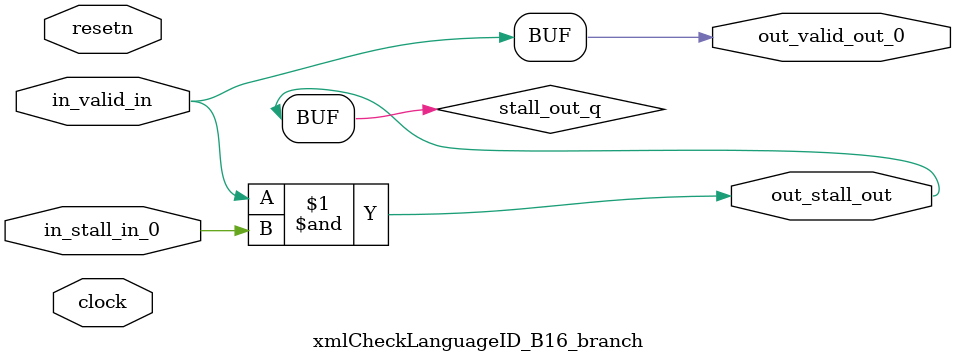
<source format=sv>



(* altera_attribute = "-name AUTO_SHIFT_REGISTER_RECOGNITION OFF; -name MESSAGE_DISABLE 10036; -name MESSAGE_DISABLE 10037; -name MESSAGE_DISABLE 14130; -name MESSAGE_DISABLE 14320; -name MESSAGE_DISABLE 15400; -name MESSAGE_DISABLE 14130; -name MESSAGE_DISABLE 10036; -name MESSAGE_DISABLE 12020; -name MESSAGE_DISABLE 12030; -name MESSAGE_DISABLE 12010; -name MESSAGE_DISABLE 12110; -name MESSAGE_DISABLE 14320; -name MESSAGE_DISABLE 13410; -name MESSAGE_DISABLE 113007; -name MESSAGE_DISABLE 10958" *)
module xmlCheckLanguageID_B16_branch (
    input wire [0:0] in_stall_in_0,
    input wire [0:0] in_valid_in,
    output wire [0:0] out_stall_out,
    output wire [0:0] out_valid_out_0,
    input wire clock,
    input wire resetn
    );

    wire [0:0] stall_out_q;


    // stall_out(LOGICAL,6)
    assign stall_out_q = in_valid_in & in_stall_in_0;

    // out_stall_out(GPOUT,4)
    assign out_stall_out = stall_out_q;

    // out_valid_out_0(GPOUT,5)
    assign out_valid_out_0 = in_valid_in;

endmodule

</source>
